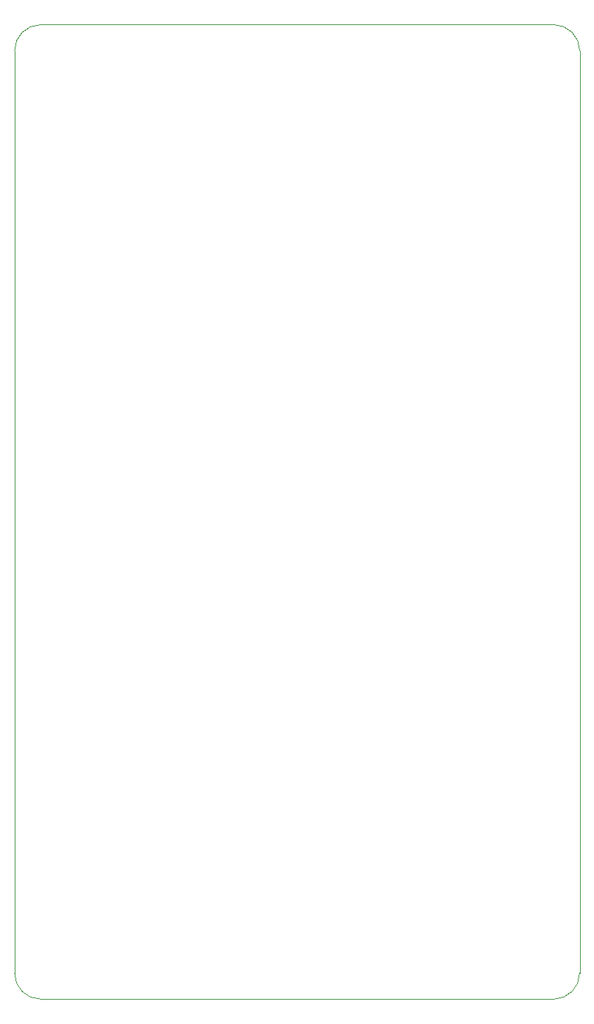
<source format=gbr>
%TF.GenerationSoftware,KiCad,Pcbnew,8.0.7*%
%TF.CreationDate,2025-02-10T22:40:20-05:00*%
%TF.ProjectId,BitaxeGT,42697461-7865-4475-942e-6b696361645f,v800*%
%TF.SameCoordinates,Original*%
%TF.FileFunction,Profile,NP*%
%FSLAX46Y46*%
G04 Gerber Fmt 4.6, Leading zero omitted, Abs format (unit mm)*
G04 Created by KiCad (PCBNEW 8.0.7) date 2025-02-10 22:40:20*
%MOMM*%
%LPD*%
G01*
G04 APERTURE LIST*
%TA.AperFunction,Profile*%
%ADD10C,0.100000*%
%TD*%
G04 APERTURE END LIST*
D10*
X160500000Y-38000000D02*
G75*
G02*
X163500000Y-41000000I0J-3000000D01*
G01*
X101500000Y-150000000D02*
G75*
G02*
X98500000Y-147000000I0J3000000D01*
G01*
X98500000Y-41000000D02*
G75*
G02*
X101500000Y-38000000I3000000J0D01*
G01*
X160500000Y-150000000D02*
X101500000Y-150000000D01*
X101500000Y-38000000D02*
X160500000Y-38000000D01*
X163500000Y-41000000D02*
X163500000Y-147000000D01*
X163500000Y-147000000D02*
G75*
G02*
X160500000Y-150000000I-3000000J0D01*
G01*
X98500000Y-147000000D02*
X98500000Y-41000000D01*
M02*

</source>
